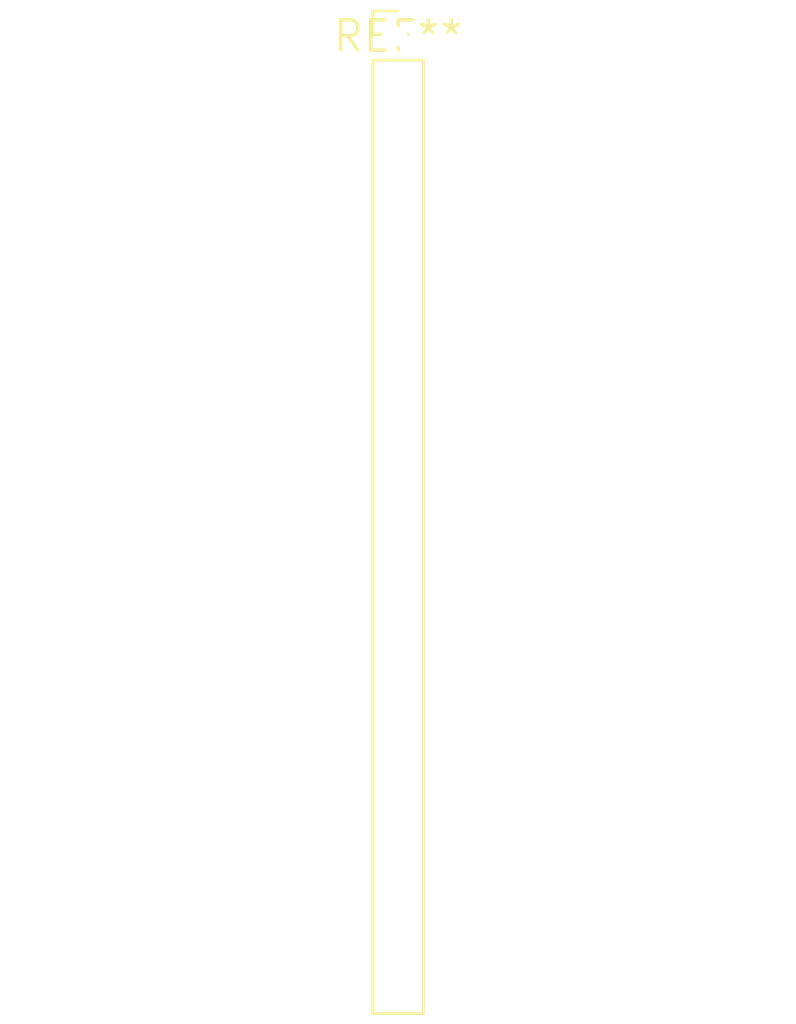
<source format=kicad_pcb>
(kicad_pcb (version 20240108) (generator pcbnew)
  (layers (0 "F.Cu" signal) (31 "B.Cu" signal) (34 "B.Paste" user) (35 "F.Paste" user) (36 "B.SilkS" user "B.Silkscreen") (37 "F.SilkS" user "F.Silkscreen") (38 "B.Mask" user) (39 "F.Mask" user) (44 "Edge.Cuts" user))
  (net 0 "")
  (footprint "PinHeader_1x21_P2.00mm_Vertical" (layer "F.Cu") (at 0 0)
    (property "Reference" "REF**")
    (property "Value" "PinHeader_1x21_P2.00mm_Vertical")
    (fp_line (start -1.06 -1.06) (end 0 -1.06) (layer "F.SilkS") (stroke (width 0.12)))
    (fp_line (start -1.06 0) (end -1.06 -1.06) (layer "F.SilkS") (stroke (width 0.12)))
    (fp_line (start -1.06 1) (end -1.06 41.06) (layer "F.SilkS") (stroke (width 0.12)))
    (fp_line (start -1.06 1) (end 1.06 1) (layer "F.SilkS") (stroke (width 0.12)))
    (fp_line (start -1.06 41.06) (end 1.06 41.06) (layer "F.SilkS") (stroke (width 0.12)))
    (fp_line (start 1.06 1) (end 1.06 41.06) (layer "F.SilkS") (stroke (width 0.12)))
    (pad "1" thru_hole rect (at 0 0) (size 1.35 1.35) (drill 0.8) (layers *.Cu *.Mask) (remove_unused_layers))
    (pad "2" thru_hole oval (at 0 2) (size 1.35 1.35) (drill 0.8) (layers *.Cu *.Mask) (remove_unused_layers))
    (pad "3" thru_hole oval (at 0 4) (size 1.35 1.35) (drill 0.8) (layers *.Cu *.Mask) (remove_unused_layers))
    (pad "4" thru_hole oval (at 0 6) (size 1.35 1.35) (drill 0.8) (layers *.Cu *.Mask) (remove_unused_layers))
    (pad "5" thru_hole oval (at 0 8) (size 1.35 1.35) (drill 0.8) (layers *.Cu *.Mask) (remove_unused_layers))
    (pad "6" thru_hole oval (at 0 10) (size 1.35 1.35) (drill 0.8) (layers *.Cu *.Mask) (remove_unused_layers))
    (pad "7" thru_hole oval (at 0 12) (size 1.35 1.35) (drill 0.8) (layers *.Cu *.Mask) (remove_unused_layers))
    (pad "8" thru_hole oval (at 0 14) (size 1.35 1.35) (drill 0.8) (layers *.Cu *.Mask) (remove_unused_layers))
    (pad "9" thru_hole oval (at 0 16) (size 1.35 1.35) (drill 0.8) (layers *.Cu *.Mask) (remove_unused_layers))
    (pad "10" thru_hole oval (at 0 18) (size 1.35 1.35) (drill 0.8) (layers *.Cu *.Mask) (remove_unused_layers))
    (pad "11" thru_hole oval (at 0 20) (size 1.35 1.35) (drill 0.8) (layers *.Cu *.Mask) (remove_unused_layers))
    (pad "12" thru_hole oval (at 0 22) (size 1.35 1.35) (drill 0.8) (layers *.Cu *.Mask) (remove_unused_layers))
    (pad "13" thru_hole oval (at 0 24) (size 1.35 1.35) (drill 0.8) (layers *.Cu *.Mask) (remove_unused_layers))
    (pad "14" thru_hole oval (at 0 26) (size 1.35 1.35) (drill 0.8) (layers *.Cu *.Mask) (remove_unused_layers))
    (pad "15" thru_hole oval (at 0 28) (size 1.35 1.35) (drill 0.8) (layers *.Cu *.Mask) (remove_unused_layers))
    (pad "16" thru_hole oval (at 0 30) (size 1.35 1.35) (drill 0.8) (layers *.Cu *.Mask) (remove_unused_layers))
    (pad "17" thru_hole oval (at 0 32) (size 1.35 1.35) (drill 0.8) (layers *.Cu *.Mask) (remove_unused_layers))
    (pad "18" thru_hole oval (at 0 34) (size 1.35 1.35) (drill 0.8) (layers *.Cu *.Mask) (remove_unused_layers))
    (pad "19" thru_hole oval (at 0 36) (size 1.35 1.35) (drill 0.8) (layers *.Cu *.Mask) (remove_unused_layers))
    (pad "20" thru_hole oval (at 0 38) (size 1.35 1.35) (drill 0.8) (layers *.Cu *.Mask) (remove_unused_layers))
    (pad "21" thru_hole oval (at 0 40) (size 1.35 1.35) (drill 0.8) (layers *.Cu *.Mask) (remove_unused_layers))
  )
)
</source>
